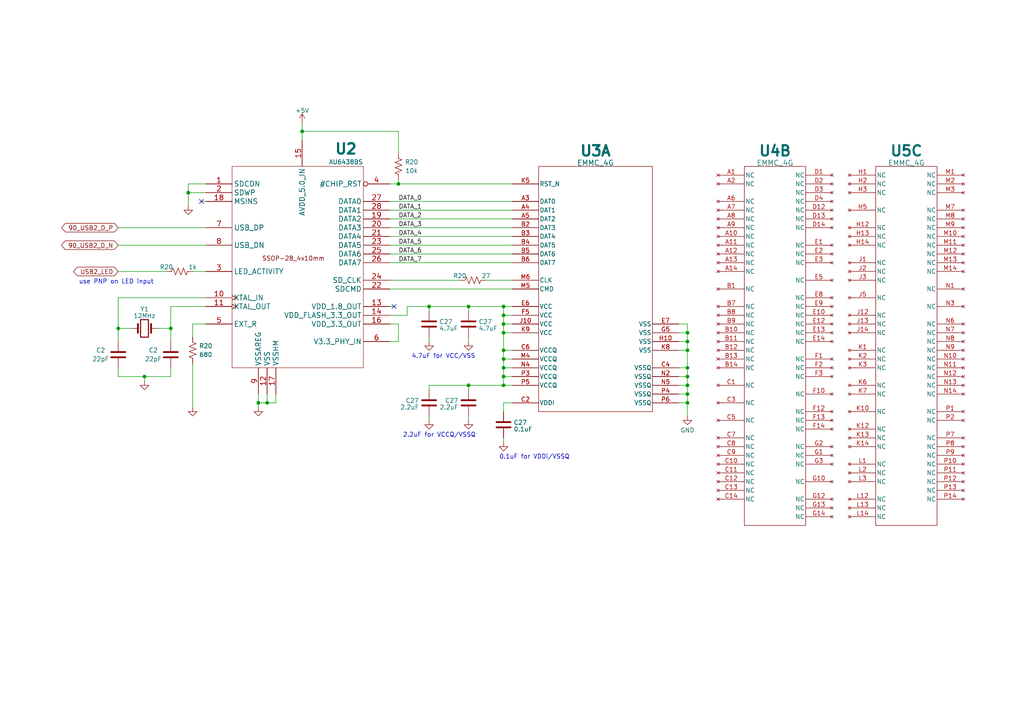
<source format=kicad_sch>
(kicad_sch (version 20230121) (generator eeschema)
  (paper "A4")
  (lib_symbols
    (symbol "Device:C" (pin_numbers hide) (pin_names (offset 0.254))
      (property "Reference" "C" (at 0.635 2.54 0))
      (property "Value" "C" (at 0.635 -2.54 0))
      (symbol "C_0_1"
        (polyline (pts (xy -2.032 -0.762) (xy 2.032 -0.762)) (stroke (width 0.508)))
        (polyline (pts (xy -2.032 0.762) (xy 2.032 0.762)) (stroke (width 0.508)))
      )
      (symbol "C_1_1"
        (pin passive line (at 0 3.81 270) (length 2.794) (name "~") (number "1"))
        (pin passive line (at 0 -3.81 90) (length 2.794) (name "~") (number "2"))
      )
    )
    (symbol "Device:Crystal" (pin_numbers hide) (pin_names (offset 1.016) hide)
      (property "Reference" "Y" (at 0 3.81 0))
      (property "Value" "Crystal" (at 0 -3.81 0))
      (symbol "Crystal_0_1"
        (rectangle (start -1.143 2.54) (end 1.143 -2.54) (stroke (width 0.3048)))
        (polyline (pts (xy -2.54 0) (xy -1.905 0)))
        (polyline (pts (xy -1.905 -1.27) (xy -1.905 1.27)) (stroke (width 0.508)))
        (polyline (pts (xy 1.905 -1.27) (xy 1.905 1.27)) (stroke (width 0.508)))
        (polyline (pts (xy 2.54 0) (xy 1.905 0)))
      )
      (symbol "Crystal_1_1"
        (pin passive line (at -3.81 0 0) (length 1.27) (name "1") (number "1"))
        (pin passive line (at 3.81 0 180) (length 1.27) (name "2") (number "2"))
      )
    )
    (symbol "Device:R_US" (pin_numbers hide) (pin_names (offset 0))
      (property "Reference" "R" (at 2.54 0 90))
      (property "Value" "R_US" (at -2.54 0 90))
      (symbol "R_US_0_1"
        (polyline (pts (xy 0 -2.286) (xy 0 -2.54)))
        (polyline (pts (xy 0 2.286) (xy 0 2.54)))
        (polyline (pts (xy 0 -0.762) (xy 1.016 -1.143) (xy 0 -1.524) (xy -1.016 -1.905) (xy 0 -2.286)))
        (polyline (pts (xy 0 0.762) (xy 1.016 0.381) (xy 0 0) (xy -1.016 -0.381) (xy 0 -0.762)))
        (polyline (pts (xy 0 2.286) (xy 1.016 1.905) (xy 0 1.524) (xy -1.016 1.143) (xy 0 0.762)))
      )
      (symbol "R_US_1_1"
        (pin passive line (at 0 3.81 270) (length 1.27) (name "~") (number "1"))
        (pin passive line (at 0 -3.81 90) (length 1.27) (name "~") (number "2"))
      )
    )
    (symbol "html_accel_Symbols:AU6438BS"
      (property "Reference" "U" (at 33.02 5.08 0))
      (property "Value" "AU6438BS" (at 33.02 1.27 0))
      (symbol "AU6438BS_0_1"
        (text "SSOP-28_4x10mm" (at 17.78 -26.67 0) (effects (font (size 1.27 1.27))))
      )
      (symbol "AU6438BS_1_1"
        (polyline (pts (xy 0 -58.42) (xy 38.1 -58.42)) (stroke (width 0.127)))
        (polyline (pts (xy 0 0) (xy 0 -58.42)) (stroke (width 0.127)))
        (polyline (pts (xy 38.1 -58.42) (xy 38.1 0)) (stroke (width 0.127)))
        (polyline (pts (xy 38.1 0) (xy 0 0)) (stroke (width 0.127)))
        (pin bidirectional line (at -7.62 -5.08 0) (length 7.62) (name "SDCDN") (number "1"))
        (pin input clock (at -7.62 -38.1 0) (length 7.62) (name "XTAL_IN") (number "10"))
        (pin input clock (at -7.62 -40.64 0) (length 7.62) (name "XTAL_OUT") (number "11"))
        (pin power_in line (at 10.16 -66.04 90) (length 7.62) (name "VSS") (number "12"))
        (pin power_out line (at 45.72 -40.64 180) (length 7.62) (name "VDD_1.8_OUT") (number "13"))
        (pin power_out line (at 45.72 -43.18 180) (length 7.62) (name "VDD_FLASH_3.3_OUT") (number "14"))
        (pin power_in line (at 20.32 7.62 270) (length 7.62) (name "AVDD_5.0_IN") (number "15"))
        (pin power_out line (at 45.72 -45.72 180) (length 7.62) (name "VDD_3.3_OUT") (number "16"))
        (pin power_in line (at 12.7 -66.04 90) (length 7.62) (name "VSSHM") (number "17"))
        (pin bidirectional line (at -7.62 -10.16 0) (length 7.62) (name "MSINS") (number "18"))
        (pin bidirectional line (at 45.72 -15.24 180) (length 7.62) (name "DATA2") (number "19"))
        (pin bidirectional line (at -7.62 -7.62 0) (length 7.62) (name "SDWP") (number "2"))
        (pin bidirectional line (at 45.72 -17.78 180) (length 7.62) (name "DATA3") (number "20"))
        (pin bidirectional line (at 45.72 -20.32 180) (length 7.62) (name "DATA4") (number "21"))
        (pin bidirectional line (at 45.72 -35.56 180) (length 7.62) (name "SDCMD") (number "22"))
        (pin bidirectional line (at 45.72 -22.86 180) (length 7.62) (name "DATA5") (number "23"))
        (pin bidirectional line (at 45.72 -33.02 180) (length 7.62) (name "SD_CLK") (number "24"))
        (pin bidirectional line (at 45.72 -25.4 180) (length 7.62) (name "DATA6") (number "25"))
        (pin bidirectional line (at 45.72 -27.94 180) (length 7.62) (name "DATA7") (number "26"))
        (pin bidirectional line (at 45.72 -10.16 180) (length 7.62) (name "DATA0") (number "27"))
        (pin bidirectional line (at 45.72 -12.7 180) (length 7.62) (name "DATA1") (number "28"))
        (pin output line (at -7.62 -30.48 0) (length 7.62) (name "LED_ACTIVITY") (number "3"))
        (pin input inverted (at 45.72 -5.08 180) (length 7.62) (name "#CHIP_RST") (number "4"))
        (pin input line (at -7.62 -45.72 0) (length 7.62) (name "EXT_R") (number "5"))
        (pin power_in line (at 45.72 -50.8 180) (length 7.62) (name "V3.3_PHY_IN") (number "6"))
        (pin bidirectional line (at -7.62 -17.78 0) (length 7.62) (name "USB_DP") (number "7"))
        (pin bidirectional line (at -7.62 -22.86 0) (length 7.62) (name "USB_DN") (number "8"))
        (pin power_in line (at 7.62 -66.04 90) (length 7.62) (name "VSSAREG") (number "9"))
      )
    )
    (symbol "html_accel_Symbols:EMMC_4G" (pin_names (offset 0.254))
      (property "Reference" "U" (at 15.24 12.7 0))
      (property "Value" "EMMC_4G" (at 17.78 7.62 0))
      (symbol "EMMC_4G_1_1"
        (rectangle (start 7.62 5.08) (end 40.64 -66.04))
        (pin bidirectional line (at 0 -5.08 0) (length 7.62) (name "DAT0") (number "A3"))
        (pin bidirectional line (at 0 -7.62 0) (length 7.62) (name "DAT1") (number "A4"))
        (pin bidirectional line (at 0 -10.16 0) (length 7.62) (name "DAT2") (number "A5"))
        (pin bidirectional line (at 0 -12.7 0) (length 7.62) (name "DAT3") (number "B2"))
        (pin bidirectional line (at 0 -15.24 0) (length 7.62) (name "DAT4") (number "B3"))
        (pin bidirectional line (at 0 -17.78 0) (length 7.62) (name "DAT5") (number "B4"))
        (pin bidirectional line (at 0 -20.32 0) (length 7.62) (name "DAT6") (number "B5"))
        (pin bidirectional line (at 0 -22.86 0) (length 7.62) (name "DAT7") (number "B6"))
        (pin power_out line (at 0 -63.5 0) (length 7.62) (name "VDDI") (number "C2"))
        (pin power_in line (at 48.26 -53.34 180) (length 7.62) (name "VSSQ") (number "C4"))
        (pin power_in line (at 0 -48.26 0) (length 7.62) (name "VCCQ") (number "C6"))
        (pin power_in line (at 0 -35.56 0) (length 7.62) (name "VCC") (number "E6"))
        (pin power_in line (at 48.26 -40.64 180) (length 7.62) (name "VSS") (number "E7"))
        (pin power_in line (at 0 -38.1 0) (length 7.62) (name "VCC") (number "F5"))
        (pin power_in line (at 48.26 -43.18 180) (length 7.62) (name "VSS") (number "G5"))
        (pin power_in line (at 48.26 -45.72 180) (length 7.62) (name "VSS") (number "H10"))
        (pin power_in line (at 0 -40.64 0) (length 7.62) (name "VCC") (number "J10"))
        (pin bidirectional line (at 0 0 0) (length 7.62) (name "RST_N") (number "K5"))
        (pin power_in line (at 48.26 -48.26 180) (length 7.62) (name "VSS") (number "K8"))
        (pin power_in line (at 0 -43.18 0) (length 7.62) (name "VCC") (number "K9"))
        (pin power_in line (at 0 -50.8 0) (length 7.62) (name "VCCQ") (number "M4"))
        (pin bidirectional line (at 0 -30.48 0) (length 7.62) (name "CMD") (number "M5"))
        (pin input line (at 0 -27.94 0) (length 7.62) (name "CLK") (number "M6"))
        (pin power_in line (at 48.26 -55.88 180) (length 7.62) (name "VSSQ") (number "N2"))
        (pin power_in line (at 0 -53.34 0) (length 7.62) (name "VCCQ") (number "N4"))
        (pin power_in line (at 48.26 -58.42 180) (length 7.62) (name "VSSQ") (number "N5"))
        (pin power_in line (at 0 -55.88 0) (length 7.62) (name "VCCQ") (number "P3"))
        (pin power_in line (at 48.26 -60.96 180) (length 7.62) (name "VSSQ") (number "P4"))
        (pin power_in line (at 0 -58.42 0) (length 7.62) (name "VCCQ") (number "P5"))
        (pin power_in line (at 48.26 -63.5 180) (length 7.62) (name "VSSQ") (number "P6"))
      )
      (symbol "EMMC_4G_2_1"
        (rectangle (start 7.62 5.08) (end 25.4 -99.06))
        (pin no_connect line (at 0 2.54 0) (length 7.62) (name "NC") (number "A1"))
        (pin no_connect line (at 0 -15.24 0) (length 7.62) (name "NC") (number "A10"))
        (pin no_connect line (at 0 -17.78 0) (length 7.62) (name "NC") (number "A11"))
        (pin no_connect line (at 0 -20.32 0) (length 7.62) (name "NC") (number "A12"))
        (pin no_connect line (at 0 -22.86 0) (length 7.62) (name "NC") (number "A13"))
        (pin no_connect line (at 0 -25.4 0) (length 7.62) (name "NC") (number "A14"))
        (pin no_connect line (at 0 0 0) (length 7.62) (name "NC") (number "A2"))
        (pin no_connect line (at 0 -5.08 0) (length 7.62) (name "NC") (number "A6"))
        (pin no_connect line (at 0 -7.62 0) (length 7.62) (name "NC") (number "A7"))
        (pin no_connect line (at 0 -10.16 0) (length 7.62) (name "NC") (number "A8"))
        (pin no_connect line (at 0 -12.7 0) (length 7.62) (name "NC") (number "A9"))
        (pin no_connect line (at 0 -30.48 0) (length 7.62) (name "NC") (number "B1"))
        (pin no_connect line (at 0 -43.18 0) (length 7.62) (name "NC") (number "B10"))
        (pin no_connect line (at 0 -45.72 0) (length 7.62) (name "NC") (number "B11"))
        (pin no_connect line (at 0 -48.26 0) (length 7.62) (name "NC") (number "B12"))
        (pin no_connect line (at 0 -50.8 0) (length 7.62) (name "NC") (number "B13"))
        (pin no_connect line (at 0 -53.34 0) (length 7.62) (name "NC") (number "B14"))
        (pin no_connect line (at 0 -35.56 0) (length 7.62) (name "NC") (number "B7"))
        (pin no_connect line (at 0 -38.1 0) (length 7.62) (name "NC") (number "B8"))
        (pin no_connect line (at 0 -40.64 0) (length 7.62) (name "NC") (number "B9"))
        (pin no_connect line (at 0 -58.42 0) (length 7.62) (name "NC") (number "C1"))
        (pin no_connect line (at 0 -81.28 0) (length 7.62) (name "NC") (number "C10"))
        (pin no_connect line (at 0 -83.82 0) (length 7.62) (name "NC") (number "C11"))
        (pin no_connect line (at 0 -86.36 0) (length 7.62) (name "NC") (number "C12"))
        (pin no_connect line (at 0 -88.9 0) (length 7.62) (name "NC") (number "C13"))
        (pin no_connect line (at 0 -91.44 0) (length 7.62) (name "NC") (number "C14"))
        (pin no_connect line (at 0 -63.5 0) (length 7.62) (name "NC") (number "C3"))
        (pin no_connect line (at 0 -68.58 0) (length 7.62) (name "NC") (number "C5"))
        (pin no_connect line (at 0 -73.66 0) (length 7.62) (name "NC") (number "C7"))
        (pin no_connect line (at 0 -76.2 0) (length 7.62) (name "NC") (number "C8"))
        (pin no_connect line (at 0 -78.74 0) (length 7.62) (name "NC") (number "C9"))
        (pin no_connect line (at 33.02 2.54 180) (length 7.62) (name "NC") (number "D1"))
        (pin no_connect line (at 33.02 -7.62 180) (length 7.62) (name "NC") (number "D12"))
        (pin no_connect line (at 33.02 -10.16 180) (length 7.62) (name "NC") (number "D13"))
        (pin no_connect line (at 33.02 -12.7 180) (length 7.62) (name "NC") (number "D14"))
        (pin no_connect line (at 33.02 0 180) (length 7.62) (name "NC") (number "D2"))
        (pin no_connect line (at 33.02 -2.54 180) (length 7.62) (name "NC") (number "D3"))
        (pin no_connect line (at 33.02 -5.08 180) (length 7.62) (name "NC") (number "D4"))
        (pin no_connect line (at 33.02 -17.78 180) (length 7.62) (name "NC") (number "E1"))
        (pin no_connect line (at 33.02 -38.1 180) (length 7.62) (name "NC") (number "E10"))
        (pin no_connect line (at 33.02 -40.64 180) (length 7.62) (name "NC") (number "E12"))
        (pin no_connect line (at 33.02 -43.18 180) (length 7.62) (name "NC") (number "E13"))
        (pin no_connect line (at 33.02 -45.72 180) (length 7.62) (name "NC") (number "E14"))
        (pin no_connect line (at 33.02 -20.32 180) (length 7.62) (name "NC") (number "E2"))
        (pin no_connect line (at 33.02 -22.86 180) (length 7.62) (name "NC") (number "E3"))
        (pin no_connect line (at 33.02 -27.94 180) (length 7.62) (name "NC") (number "E5"))
        (pin no_connect line (at 33.02 -33.02 180) (length 7.62) (name "NC") (number "E8"))
        (pin no_connect line (at 33.02 -35.56 180) (length 7.62) (name "NC") (number "E9"))
        (pin no_connect line (at 33.02 -50.8 180) (length 7.62) (name "NC") (number "F1"))
        (pin no_connect line (at 33.02 -60.96 180) (length 7.62) (name "NC") (number "F10"))
        (pin no_connect line (at 33.02 -66.04 180) (length 7.62) (name "NC") (number "F12"))
        (pin no_connect line (at 33.02 -68.58 180) (length 7.62) (name "NC") (number "F13"))
        (pin no_connect line (at 33.02 -71.12 180) (length 7.62) (name "NC") (number "F14"))
        (pin no_connect line (at 33.02 -53.34 180) (length 7.62) (name "NC") (number "F2"))
        (pin no_connect line (at 33.02 -55.88 180) (length 7.62) (name "NC") (number "F3"))
        (pin no_connect line (at 33.02 -78.74 180) (length 7.62) (name "NC") (number "G1"))
        (pin no_connect line (at 33.02 -86.36 180) (length 7.62) (name "NC") (number "G10"))
        (pin no_connect line (at 33.02 -91.44 180) (length 7.62) (name "NC") (number "G12"))
        (pin no_connect line (at 33.02 -93.98 180) (length 7.62) (name "NC") (number "G13"))
        (pin no_connect line (at 33.02 -96.52 180) (length 7.62) (name "NC") (number "G14"))
        (pin no_connect line (at 33.02 -76.2 180) (length 7.62) (name "NC") (number "G2"))
        (pin no_connect line (at 33.02 -81.28 180) (length 7.62) (name "NC") (number "G3"))
      )
      (symbol "EMMC_4G_3_1"
        (rectangle (start 7.62 5.08) (end 25.4 -99.06))
        (pin no_connect line (at 0 2.54 0) (length 7.62) (name "NC") (number "H1"))
        (pin no_connect line (at 0 -12.7 0) (length 7.62) (name "NC") (number "H12"))
        (pin no_connect line (at 0 -15.24 0) (length 7.62) (name "NC") (number "H13"))
        (pin no_connect line (at 0 -17.78 0) (length 7.62) (name "NC") (number "H14"))
        (pin no_connect line (at 0 0 0) (length 7.62) (name "NC") (number "H2"))
        (pin no_connect line (at 0 -2.54 0) (length 7.62) (name "NC") (number "H3"))
        (pin no_connect line (at 0 -7.62 0) (length 7.62) (name "NC") (number "H5"))
        (pin no_connect line (at 0 -22.86 0) (length 7.62) (name "NC") (number "J1"))
        (pin no_connect line (at 0 -38.1 0) (length 7.62) (name "NC") (number "J12"))
        (pin no_connect line (at 0 -40.64 0) (length 7.62) (name "NC") (number "J13"))
        (pin no_connect line (at 0 -43.18 0) (length 7.62) (name "NC") (number "J14"))
        (pin no_connect line (at 0 -25.4 0) (length 7.62) (name "NC") (number "J2"))
        (pin no_connect line (at 0 -27.94 0) (length 7.62) (name "NC") (number "J3"))
        (pin no_connect line (at 0 -33.02 0) (length 7.62) (name "NC") (number "J5"))
        (pin no_connect line (at 0 -48.26 0) (length 7.62) (name "NC") (number "K1"))
        (pin no_connect line (at 0 -66.04 0) (length 7.62) (name "NC") (number "K10"))
        (pin no_connect line (at 0 -71.12 0) (length 7.62) (name "NC") (number "K12"))
        (pin no_connect line (at 0 -73.66 0) (length 7.62) (name "NC") (number "K13"))
        (pin no_connect line (at 0 -76.2 0) (length 7.62) (name "NC") (number "K14"))
        (pin no_connect line (at 0 -50.8 0) (length 7.62) (name "NC") (number "K2"))
        (pin no_connect line (at 0 -53.34 0) (length 7.62) (name "NC") (number "K3"))
        (pin no_connect line (at 0 -58.42 0) (length 7.62) (name "NC") (number "K6"))
        (pin no_connect line (at 0 -60.96 0) (length 7.62) (name "NC") (number "K7"))
        (pin no_connect line (at 0 -81.28 0) (length 7.62) (name "NC") (number "L1"))
        (pin no_connect line (at 0 -91.44 0) (length 7.62) (name "NC") (number "L12"))
        (pin no_connect line (at 0 -93.98 0) (length 7.62) (name "NC") (number "L13"))
        (pin no_connect line (at 0 -96.52 0) (length 7.62) (name "NC") (number "L14"))
        (pin no_connect line (at 0 -83.82 0) (length 7.62) (name "NC") (number "L2"))
        (pin no_connect line (at 0 -86.36 0) (length 7.62) (name "NC") (number "L3"))
        (pin no_connect line (at 33.02 2.54 180) (length 7.62) (name "NC") (number "M1"))
        (pin no_connect line (at 33.02 -15.24 180) (length 7.62) (name "NC") (number "M10"))
        (pin no_connect line (at 33.02 -17.78 180) (length 7.62) (name "NC") (number "M11"))
        (pin no_connect line (at 33.02 -20.32 180) (length 7.62) (name "NC") (number "M12"))
        (pin no_connect line (at 33.02 -22.86 180) (length 7.62) (name "NC") (number "M13"))
        (pin no_connect line (at 33.02 -25.4 180) (length 7.62) (name "NC") (number "M14"))
        (pin no_connect line (at 33.02 0 180) (length 7.62) (name "NC") (number "M2"))
        (pin no_connect line (at 33.02 -2.54 180) (length 7.62) (name "NC") (number "M3"))
        (pin no_connect line (at 33.02 -7.62 180) (length 7.62) (name "NC") (number "M7"))
        (pin no_connect line (at 33.02 -10.16 180) (length 7.62) (name "NC") (number "M8"))
        (pin no_connect line (at 33.02 -12.7 180) (length 7.62) (name "NC") (number "M9"))
        (pin no_connect line (at 33.02 -30.48 180) (length 7.62) (name "NC") (number "N1"))
        (pin no_connect line (at 33.02 -50.8 180) (length 7.62) (name "NC") (number "N10"))
        (pin no_connect line (at 33.02 -53.34 180) (length 7.62) (name "NC") (number "N11"))
        (pin no_connect line (at 33.02 -55.88 180) (length 7.62) (name "NC") (number "N12"))
        (pin no_connect line (at 33.02 -58.42 180) (length 7.62) (name "NC") (number "N13"))
        (pin no_connect line (at 33.02 -60.96 180) (length 7.62) (name "NC") (number "N14"))
        (pin no_connect line (at 33.02 -35.56 180) (length 7.62) (name "NC") (number "N3"))
        (pin no_connect line (at 33.02 -40.64 180) (length 7.62) (name "NC") (number "N6"))
        (pin no_connect line (at 33.02 -43.18 180) (length 7.62) (name "NC") (number "N7"))
        (pin no_connect line (at 33.02 -45.72 180) (length 7.62) (name "NC") (number "N8"))
        (pin no_connect line (at 33.02 -48.26 180) (length 7.62) (name "NC") (number "N9"))
        (pin no_connect line (at 33.02 -66.04 180) (length 7.62) (name "NC") (number "P1"))
        (pin no_connect line (at 33.02 -81.28 180) (length 7.62) (name "NC") (number "P10"))
        (pin no_connect line (at 33.02 -83.82 180) (length 7.62) (name "NC") (number "P11"))
        (pin no_connect line (at 33.02 -86.36 180) (length 7.62) (name "NC") (number "P12"))
        (pin no_connect line (at 33.02 -88.9 180) (length 7.62) (name "NC") (number "P13"))
        (pin no_connect line (at 33.02 -91.44 180) (length 7.62) (name "NC") (number "P14"))
        (pin no_connect line (at 33.02 -68.58 180) (length 7.62) (name "NC") (number "P2"))
        (pin no_connect line (at 33.02 -73.66 180) (length 7.62) (name "NC") (number "P7"))
        (pin no_connect line (at 33.02 -76.2 180) (length 7.62) (name "NC") (number "P8"))
        (pin no_connect line (at 33.02 -78.74 180) (length 7.62) (name "NC") (number "P9"))
      )
    )
    (symbol "power:+5V" (power) (pin_names (offset 0))
      (property "Value" "+5V" (at 0 3.556 0))
      (symbol "+5V_0_1"
        (polyline (pts (xy -0.762 1.27) (xy 0 2.54)))
        (polyline (pts (xy 0 0) (xy 0 2.54)))
        (polyline (pts (xy 0 2.54) (xy 0.762 1.27)))
      )
      (symbol "+5V_1_1"
        (pin power_in line (at 0 0 90) (length 0) hide (name "+5V") (number "1"))
      )
    )
    (symbol "power:GND" (power) (pin_names (offset 0))
      (property "Value" "GND" (at 0 -3.81 0))
      (symbol "GND_0_1"
        (polyline (pts (xy 0 0) (xy 0 -1.27) (xy 1.27 -1.27) (xy 0 -2.54) (xy -1.27 -1.27) (xy 0 -1.27)))
      )
      (symbol "GND_1_1"
        (pin power_in line (at 0 0 270) (length 0) hide (name "GND") (number "1"))
      )
    )
  )
  (junction (at 199.39 111.76))
  (junction (at 41.91 109.22))
  (junction (at 146.05 101.6))
  (junction (at 49.53 95.25))
  (junction (at 146.05 96.52))
  (junction (at 87.63 38.1))
  (junction (at 115.57 53.34))
  (junction (at 199.39 116.84))
  (junction (at 199.39 106.68))
  (junction (at 74.93 116.84))
  (junction (at 146.05 88.9))
  (junction (at 135.89 111.76))
  (junction (at 199.39 96.52))
  (junction (at 77.47 116.84))
  (junction (at 135.89 88.9))
  (junction (at 146.05 111.76))
  (junction (at 54.61 55.88))
  (junction (at 146.05 109.22))
  (junction (at 199.39 114.3))
  (junction (at 199.39 109.22))
  (junction (at 34.29 95.25))
  (junction (at 124.46 88.9))
  (junction (at 199.39 99.06))
  (junction (at 146.05 104.14))
  (junction (at 199.39 101.6))
  (junction (at 146.05 93.98))
  (junction (at 146.05 106.68))
  (junction (at 146.05 91.44))
  (no_connect (at 114.3 88.9))
  (no_connect (at 58.42 58.42))
  (wire (pts (xy 113.03 93.98) (xy 115.57 93.98)))
  (wire (pts (xy 34.29 109.22) (xy 34.29 106.68)))
  (wire (pts (xy 199.39 109.22) (xy 199.39 111.76)))
  (wire (pts (xy 113.03 53.34) (xy 115.57 53.34)))
  (wire (pts (xy 124.46 88.9) (xy 124.46 90.17)))
  (wire (pts (xy 146.05 116.84) (xy 146.05 119.38)))
  (wire (pts (xy 113.03 63.5) (xy 148.59 63.5)))
  (wire (pts (xy 146.05 101.6) (xy 148.59 101.6)))
  (wire (pts (xy 146.05 93.98) (xy 146.05 91.44)))
  (wire (pts (xy 199.39 93.98) (xy 199.39 96.52)))
  (wire (pts (xy 196.85 96.52) (xy 199.39 96.52)))
  (wire (pts (xy 135.89 111.76) (xy 135.89 113.03)))
  (wire (pts (xy 196.85 111.76) (xy 199.39 111.76)))
  (wire (pts (xy 80.01 116.84) (xy 77.47 116.84)))
  (wire (pts (xy 59.69 71.12) (xy 34.29 71.12)))
  (wire (pts (xy 146.05 91.44) (xy 148.59 91.44)))
  (wire (pts (xy 196.85 116.84) (xy 199.39 116.84)))
  (wire (pts (xy 196.85 93.98) (xy 199.39 93.98)))
  (wire (pts (xy 115.57 99.06) (xy 113.03 99.06)))
  (wire (pts (xy 59.69 93.98) (xy 55.88 93.98)))
  (wire (pts (xy 41.91 110.49) (xy 41.91 109.22)))
  (wire (pts (xy 115.57 44.45) (xy 115.57 38.1)))
  (wire (pts (xy 54.61 53.34) (xy 54.61 55.88)))
  (wire (pts (xy 113.03 66.04) (xy 148.59 66.04)))
  (wire (pts (xy 199.39 116.84) (xy 199.39 120.65)))
  (wire (pts (xy 146.05 101.6) (xy 146.05 96.52)))
  (wire (pts (xy 113.03 88.9) (xy 114.3 88.9)))
  (wire (pts (xy 59.69 53.34) (xy 54.61 53.34)))
  (wire (pts (xy 146.05 88.9) (xy 148.59 88.9)))
  (wire (pts (xy 146.05 104.14) (xy 146.05 101.6)))
  (wire (pts (xy 49.53 88.9) (xy 59.69 88.9)))
  (wire (pts (xy 34.29 78.74) (xy 48.26 78.74)))
  (wire (pts (xy 41.91 109.22) (xy 49.53 109.22)))
  (wire (pts (xy 135.89 99.06) (xy 135.89 97.79)))
  (wire (pts (xy 74.93 114.3) (xy 74.93 116.84)))
  (wire (pts (xy 115.57 53.34) (xy 148.59 53.34)))
  (wire (pts (xy 199.39 106.68) (xy 199.39 109.22)))
  (wire (pts (xy 55.88 93.98) (xy 55.88 97.79)))
  (wire (pts (xy 199.39 114.3) (xy 199.39 116.84)))
  (wire (pts (xy 124.46 99.06) (xy 124.46 97.79)))
  (wire (pts (xy 199.39 111.76) (xy 199.39 114.3)))
  (wire (pts (xy 148.59 116.84) (xy 146.05 116.84)))
  (wire (pts (xy 113.03 73.66) (xy 148.59 73.66)))
  (wire (pts (xy 54.61 55.88) (xy 54.61 59.69)))
  (wire (pts (xy 59.69 55.88) (xy 54.61 55.88)))
  (wire (pts (xy 148.59 111.76) (xy 146.05 111.76)))
  (wire (pts (xy 140.97 81.28) (xy 148.59 81.28)))
  (wire (pts (xy 196.85 101.6) (xy 199.39 101.6)))
  (wire (pts (xy 135.89 111.76) (xy 124.46 111.76)))
  (wire (pts (xy 146.05 106.68) (xy 146.05 104.14)))
  (wire (pts (xy 146.05 91.44) (xy 146.05 88.9)))
  (wire (pts (xy 77.47 116.84) (xy 74.93 116.84)))
  (wire (pts (xy 146.05 96.52) (xy 146.05 93.98)))
  (wire (pts (xy 55.88 78.74) (xy 59.69 78.74)))
  (wire (pts (xy 34.29 86.36) (xy 59.69 86.36)))
  (wire (pts (xy 146.05 96.52) (xy 148.59 96.52)))
  (wire (pts (xy 49.53 106.68) (xy 49.53 109.22)))
  (wire (pts (xy 113.03 76.2) (xy 148.59 76.2)))
  (wire (pts (xy 146.05 93.98) (xy 148.59 93.98)))
  (wire (pts (xy 113.03 68.58) (xy 148.59 68.58)))
  (wire (pts (xy 135.89 88.9) (xy 146.05 88.9)))
  (wire (pts (xy 146.05 111.76) (xy 146.05 109.22)))
  (wire (pts (xy 113.03 71.12) (xy 148.59 71.12)))
  (wire (pts (xy 196.85 109.22) (xy 199.39 109.22)))
  (wire (pts (xy 115.57 52.07) (xy 115.57 53.34)))
  (wire (pts (xy 199.39 96.52) (xy 199.39 99.06)))
  (wire (pts (xy 115.57 38.1) (xy 87.63 38.1)))
  (wire (pts (xy 74.93 116.84) (xy 74.93 118.11)))
  (wire (pts (xy 118.11 88.9) (xy 124.46 88.9)))
  (wire (pts (xy 113.03 58.42) (xy 148.59 58.42)))
  (wire (pts (xy 124.46 88.9) (xy 135.89 88.9)))
  (wire (pts (xy 49.53 95.25) (xy 49.53 99.06)))
  (wire (pts (xy 115.57 93.98) (xy 115.57 99.06)))
  (wire (pts (xy 124.46 111.76) (xy 124.46 113.03)))
  (wire (pts (xy 146.05 106.68) (xy 148.59 106.68)))
  (wire (pts (xy 34.29 86.36) (xy 34.29 95.25)))
  (wire (pts (xy 113.03 81.28) (xy 133.35 81.28)))
  (wire (pts (xy 113.03 91.44) (xy 118.11 91.44)))
  (wire (pts (xy 199.39 99.06) (xy 199.39 101.6)))
  (wire (pts (xy 146.05 109.22) (xy 146.05 106.68)))
  (wire (pts (xy 135.89 88.9) (xy 135.89 90.17)))
  (wire (pts (xy 77.47 114.3) (xy 77.47 116.84)))
  (wire (pts (xy 55.88 105.41) (xy 55.88 118.11)))
  (wire (pts (xy 49.53 88.9) (xy 49.53 95.25)))
  (wire (pts (xy 196.85 106.68) (xy 199.39 106.68)))
  (wire (pts (xy 87.63 35.56) (xy 87.63 38.1)))
  (wire (pts (xy 80.01 114.3) (xy 80.01 116.84)))
  (wire (pts (xy 146.05 128.27) (xy 146.05 127)))
  (wire (pts (xy 41.91 109.22) (xy 34.29 109.22)))
  (wire (pts (xy 196.85 99.06) (xy 199.39 99.06)))
  (wire (pts (xy 34.29 95.25) (xy 38.1 95.25)))
  (wire (pts (xy 59.69 66.04) (xy 34.29 66.04)))
  (wire (pts (xy 113.03 60.96) (xy 148.59 60.96)))
  (wire (pts (xy 146.05 111.76) (xy 135.89 111.76)))
  (wire (pts (xy 124.46 121.92) (xy 124.46 120.65)))
  (wire (pts (xy 135.89 121.92) (xy 135.89 120.65)))
  (wire (pts (xy 196.85 114.3) (xy 199.39 114.3)))
  (wire (pts (xy 59.69 58.42) (xy 58.42 58.42)))
  (wire (pts (xy 34.29 95.25) (xy 34.29 99.06)))
  (wire (pts (xy 113.03 83.82) (xy 148.59 83.82)))
  (wire (pts (xy 118.11 91.44) (xy 118.11 88.9)))
  (wire (pts (xy 45.72 95.25) (xy 49.53 95.25)))
  (wire (pts (xy 87.63 38.1) (xy 87.63 40.64)))
  (wire (pts (xy 146.05 109.22) (xy 148.59 109.22)))
  (wire (pts (xy 199.39 101.6) (xy 199.39 106.68)))
  (wire (pts (xy 146.05 104.14) (xy 148.59 104.14)))
  (text "4.7uF for VCC/VSS" (at 119.38 104.14 0) (effects (font (size 1.27 1.27)) (justify left bottom)))
  (text "0.1uF for VDDi/VSSQ" (at 144.78 133.35 0) (effects (font (size 1.27 1.27)) (justify left bottom)))
  (text "use PNP on LED input" (at 22.86 82.55 0) (effects (font (size 1.27 1.27)) (justify left bottom)))
  (text "2.2uF for VCCQ/VSSQ" (at 116.84 127 0) (effects (font (size 1.27 1.27)) (justify left bottom)))
  (label "DATA_0" (at 115.57 58.42 0))
  (label "DATA_1" (at 115.57 60.96 0))
  (label "DATA_2" (at 115.57 63.5 0))
  (label "DATA_4" (at 115.57 68.58 0))
  (label "DATA_7" (at 115.57 76.2 0))
  (label "DATA_5" (at 115.57 71.12 0))
  (label "DATA_6" (at 115.57 73.66 0))
  (label "DATA_3" (at 115.57 66.04 0))
  (global_label "USB2_LED" (shape bidirectional) (at 34.29 78.74 180) (property "Intersheetrefs" "${INTERSHEET_REFS}" (at 20.8387 78.74 0) (effects (justify right))))
  (global_label "90_USB2_D_P" (shape bidirectional) (at 34.29 66.04 180) (property "Intersheetrefs" "${INTERSHEET_REFS}" (at 17.3916 66.04 0) (effects (justify right))))
  (global_label "90_USB2_D_N" (shape bidirectional) (at 34.29 71.12 180) (property "Intersheetrefs" "${INTERSHEET_REFS}" (at 17.3311 71.12 0) (effects (justify right))))
  (symbol (lib_id "power:GND") (at 135.89 99.06 0) (unit 1)
    (property "Reference" "#PWR044" (effects hide))
    (property "Value" "GND" (effects hide))
    (instances (project "html_accelerator" (path "" (reference "#PWR044") (unit 1)) (path "" (reference "#PWR074") (unit 1)) (path "" (reference "#PWR084") (unit 1)) (path "" (reference "#PWR0106") (unit 1)) (path "" (reference "#PWR091") (unit 1))))
  )
  (symbol (lib_id "power:GND") (at 55.88 118.11 0) (unit 1)
    (property "Reference" "#PWR012" (effects hide))
    (property "Value" "GND" (effects hide))
    (instances (project "html_accelerator" (path "" (reference "#PWR012") (unit 1)) (path "" (reference "#PWR057") (unit 1)) (path "" (reference "#PWR066") (unit 1)) (path "" (reference "#PWR079") (unit 1)) (path "" (reference "#PWR0101") (unit 1)) (path "" (reference "#PWR093") (unit 1))))
  )
  (symbol (lib_id "power:GND") (at 135.89 121.92 0) (unit 1)
    (property "Reference" "#PWR044" (effects hide))
    (property "Value" "GND" (effects hide))
    (instances (project "html_accelerator" (path "" (reference "#PWR044") (unit 1)) (path "" (reference "#PWR076") (unit 1)) (path "" (reference "#PWR085") (unit 1)) (path "" (reference "#PWR0107") (unit 1)) (path "" (reference "#PWR097") (unit 1))))
  )
  (symbol (lib_id "html_accel_Symbols:EMMC_4G") (at 208.28 53.34 0) (unit 2)
    (property "Reference" "U4" (at 224.79 43.754 0) (effects (font (size 3 3) bold)))
    (property "Value" "EMMC_4G" (at 224.79 47.2581 0) (effects (font (size 1.524 1.524))))
    (property "Footprint" "html_accel_footprints:EMMC04G-M627-X03U_KNT" (effects hide))
    (property "Datasheet" "EMMC04G-MK27-C01C" (effects hide))
    (instances (project "html_accelerator" (path "" (reference "U4") (unit 2)) (path "" (reference "U3") (unit 2)) (path "" (reference "U9") (unit 2)) (path "" (reference "U7") (unit 2))))
  )
  (symbol (lib_id "html_accel_Symbols:AU6438BS") (at 67.31 48.26 0) (unit 1)
    (property "Reference" "U2" (at 100.33 43.18 0) (effects (font (size 3 3) bold)))
    (property "Value" "AU6438BS" (at 100.33 46.99 0))
    (property "Footprint" "Package_SO:SSOP-28_3.9x9.9mm_P0.635mm" (effects hide))
    (instances (project "html_accelerator" (path "" (reference "U2") (unit 1)) (path "" (reference "U2") (unit 1)) (path "" (reference "U6") (unit 1)) (path "" (reference "U8") (unit 1)) (path "" (reference "U9") (unit 1))))
  )
  (symbol (lib_id "Device:C") (at 49.53 102.87 0) (mirror y) (unit 1)
    (property "Reference" "C2" (at 44.45 101.6 0))
    (property "Value" "22pF" (at 44.45 104.14 0))
    (property "Footprint" "Capacitor_SMD:C_0805_2012Metric_Pad1.18x1.45mm_HandSolder" (effects hide))
    (instances (project "html_accelerator" (path "" (reference "C2") (unit 1)) (path "" (reference "C34") (unit 1)) (path "" (reference "C37") (unit 1)) (path "" (reference "C46") (unit 1)) (path "" (reference "C60") (unit 1)) (path "" (reference "C55") (unit 1))))
  )
  (symbol (lib_id "Device:R_US") (at 55.88 101.6 0) (unit 1)
    (property "Reference" "R20" (at 59.69 100.33 0))
    (property "Value" "680" (at 59.69 102.87 0))
    (property "Footprint" "Resistor_SMD:R_0805_2012Metric_Pad1.20x1.40mm_HandSolder" (effects hide))
    (instances (project "html_accelerator" (path "" (reference "R20") (unit 1)) (path "" (reference "R3") (unit 1)) (path "" (reference "R12") (unit 1)) (path "" (reference "R31") (unit 1)) (path "" (reference "R42") (unit 1)) (path "" (reference "R45") (unit 1)) (path "" (reference "R53") (unit 1)) (path "" (reference "R53") (unit 1))))
  )
  (symbol (lib_id "Device:C") (at 135.89 116.84 0) (mirror y) (unit 1)
    (property "Reference" "C27" (at 132.969 116.1963 0) (effects (justify left)))
    (property "Value" "2.2uF" (at 132.969 118.1173 0) (effects (justify left)))
    (property "Footprint" "Capacitor_SMD:C_0805_2012Metric_Pad1.18x1.45mm_HandSolder" (effects hide))
    (instances (project "html_accelerator" (path "" (reference "C27") (unit 1)) (path "" (reference "C44") (unit 1)) (path "" (reference "C50") (unit 1)) (path "" (reference "C64") (unit 1)) (path "" (reference "C57") (unit 1))))
  )
  (symbol (lib_id "power:GND") (at 124.46 121.92 0) (unit 1)
    (property "Reference" "#PWR044" (effects hide))
    (property "Value" "GND" (effects hide))
    (instances (project "html_accelerator" (path "" (reference "#PWR044") (unit 1)) (path "" (reference "#PWR075") (unit 1)) (path "" (reference "#PWR083") (unit 1)) (path "" (reference "#PWR0105") (unit 1)) (path "" (reference "#PWR096") (unit 1))))
  )
  (symbol (lib_id "Device:R_US") (at 52.07 78.74 90) (unit 1)
    (property "Reference" "R20" (at 48.26 77.47 90))
    (property "Value" "1k" (at 55.88 77.47 90))
    (property "Footprint" "Resistor_SMD:R_0805_2012Metric_Pad1.20x1.40mm_HandSolder" (effects hide))
    (instances (project "html_accelerator" (path "" (reference "R20") (unit 1)) (path "" (reference "R3") (unit 1)) (path "" (reference "R43") (unit 1)) (path "" (reference "R44") (unit 1)) (path "" (reference "R52") (unit 1)) (path "" (reference "R51") (unit 1))))
  )
  (symbol (lib_id "power:GND") (at 146.05 128.27 0) (unit 1)
    (property "Reference" "#PWR044" (effects hide))
    (property "Value" "GND" (effects hide))
    (instances (project "html_accelerator" (path "" (reference "#PWR044") (unit 1)) (path "" (reference "#PWR072") (unit 1)) (path "" (reference "#PWR086") (unit 1)) (path "" (reference "#PWR0108") (unit 1)) (path "" (reference "#PWR098") (unit 1))))
  )
  (symbol (lib_id "Device:C") (at 146.05 123.19 0) (unit 1)
    (property "Reference" "C27" (at 148.971 122.5463 0) (effects (justify left)))
    (property "Value" "0.1uF" (at 148.971 124.4673 0) (effects (justify left)))
    (property "Footprint" "Capacitor_SMD:C_0805_2012Metric_Pad1.18x1.45mm_HandSolder" (effects hide))
    (instances (project "html_accelerator" (path "" (reference "C27") (unit 1)) (path "" (reference "C40") (unit 1)) (path "" (reference "C51") (unit 1)) (path "" (reference "C65") (unit 1)) (path "" (reference "C58") (unit 1))))
  )
  (symbol (lib_id "html_accel_Symbols:EMMC_4G") (at 148.59 53.34 0) (unit 1)
    (property "Reference" "U3" (at 172.72 43.754 0) (effects (font (size 3 3) bold)))
    (property "Value" "EMMC_4G" (at 172.72 47.2581 0) (effects (font (size 1.524 1.524))))
    (property "Footprint" "html_accel_footprints:EMMC04G-M627-X03U_KNT" (effects hide))
    (property "Datasheet" "EMMC04G-MK27-C01C" (effects hide))
    (instances (project "html_accelerator" (path "" (reference "U3") (unit 1)) (path "" (reference "U4") (unit 1)) (path "" (reference "U9") (unit 1)) (path "" (reference "U7") (unit 1))))
  )
  (symbol (lib_id "Device:C") (at 34.29 102.87 0) (mirror y) (unit 1)
    (property "Reference" "C2" (at 29.21 101.6 0))
    (property "Value" "22pF" (at 29.21 104.14 0))
    (property "Footprint" "Capacitor_SMD:C_0805_2012Metric_Pad1.18x1.45mm_HandSolder" (effects hide))
    (instances (project "html_accelerator" (path "" (reference "C2") (unit 1)) (path "" (reference "C22") (unit 1)) (path "" (reference "C36") (unit 1)) (path "" (reference "C45") (unit 1)) (path "" (reference "C59") (unit 1)) (path "" (reference "C54") (unit 1))))
  )
  (symbol (lib_id "html_accel_Symbols:EMMC_4G") (at 246.38 53.34 0) (unit 3)
    (property "Reference" "U5" (at 262.89 43.754 0) (effects (font (size 3 3) bold)))
    (property "Value" "EMMC_4G" (at 262.89 47.2581 0) (effects (font (size 1.524 1.524))))
    (property "Footprint" "html_accel_footprints:EMMC04G-M627-X03U_KNT" (effects hide))
    (property "Datasheet" "EMMC04G-MK27-C01C" (effects hide))
    (instances (project "html_accelerator" (path "" (reference "U5") (unit 3)) (path "" (reference "U3") (unit 3)) (path "" (reference "U9") (unit 3)) (path "" (reference "U6") (unit 3))))
  )
  (symbol (lib_id "Device:R_US") (at 115.57 48.26 0) (unit 1)
    (property "Reference" "R20" (at 119.38 46.99 0))
    (property "Value" "10k" (at 119.38 49.53 0))
    (property "Footprint" "Resistor_SMD:R_0805_2012Metric_Pad1.20x1.40mm_HandSolder" (effects hide))
    (instances (project "html_accelerator" (path "" (reference "R20") (unit 1)) (path "" (reference "R3") (unit 1)) (path "" (reference "R12") (unit 1)) (path "" (reference "R31") (unit 1)) (path "" (reference "R41") (unit 1)) (path "" (reference "R46") (unit 1)) (path "" (reference "R54") (unit 1)) (path "" (reference "R50") (unit 1))))
  )
  (symbol (lib_id "Device:C") (at 124.46 116.84 0) (mirror y) (unit 1)
    (property "Reference" "C27" (at 121.539 116.1963 0) (effects (justify left)))
    (property "Value" "2.2uF" (at 121.539 118.1173 0) (effects (justify left)))
    (property "Footprint" "Capacitor_SMD:C_0805_2012Metric_Pad1.18x1.45mm_HandSolder" (effects hide))
    (instances (project "html_accelerator" (path "" (reference "C27") (unit 1)) (path "" (reference "C43") (unit 1)) (path "" (reference "C48") (unit 1)) (path "" (reference "C62") (unit 1)) (path "" (reference "C56") (unit 1))))
  )
  (symbol (lib_id "power:GND") (at 41.91 110.49 0) (unit 1)
    (property "Reference" "#PWR012" (effects hide))
    (property "Value" "GND" (effects hide))
    (instances (project "html_accelerator" (path "" (reference "#PWR012") (unit 1)) (path "" (reference "#PWR057") (unit 1)) (path "" (reference "#PWR069") (unit 1)) (path "" (reference "#PWR077") (unit 1)) (path "" (reference "#PWR099") (unit 1)) (path "" (reference "#PWR092") (unit 1))))
  )
  (symbol (lib_id "power:+5V") (at 87.63 35.56 0) (unit 1)
    (property "Reference" "#PWR015" (effects hide))
    (property "Value" "+5V" (at 87.63 32.0581 0))
    (instances (project "html_accelerator" (path "" (reference "#PWR015") (unit 1)) (path "" (reference "#PWR019") (unit 1)) (path "" (reference "#PWR035") (unit 1))))
  )
  (symbol (lib_id "Device:Crystal") (at 41.91 95.25 0) (unit 1)
    (property "Reference" "Y1" (at 41.91 89.6747 0))
    (property "Value" "12MHz" (at 41.91 91.5957 0))
    (property "Footprint" "Crystal:Crystal_SMD_3225-4Pin_3.2x2.5mm" (effects hide))
    (instances (project "html_accelerator" (path "" (reference "Y1") (unit 1)) (path "" (reference "Y2") (unit 1)) (path "" (reference "Y3") (unit 1)) (path "" (reference "Y5") (unit 1)) (path "" (reference "Y4") (unit 1))))
  )
  (symbol (lib_id "power:GND") (at 54.61 59.69 0) (unit 1)
    (property "Reference" "#PWR012" (effects hide))
    (property "Value" "GND" (effects hide))
    (instances (project "html_accelerator" (path "" (reference "#PWR012") (unit 1)) (path "" (reference "#PWR056") (unit 1)) (path "" (reference "#PWR068") (unit 1)) (path "" (reference "#PWR078") (unit 1)) (path "" (reference "#PWR0100") (unit 1)) (path "" (reference "#PWR089") (unit 1))))
  )
  (symbol (lib_id "Device:C") (at 135.89 93.98 0) (unit 1)
    (property "Reference" "C27" (at 138.811 93.3363 0) (effects (justify left)))
    (property "Value" "4.7uF" (at 138.811 95.2573 0) (effects (justify left)))
    (property "Footprint" "Capacitor_SMD:C_0805_2012Metric_Pad1.18x1.45mm_HandSolder" (effects hide))
    (instances (project "html_accelerator" (path "" (reference "C27") (unit 1)) (path "" (reference "C41") (unit 1)) (path "" (reference "C49") (unit 1)) (path "" (reference "C63") (unit 1)) (path "" (reference "C53") (unit 1))))
  )
  (symbol (lib_id "power:GND") (at 199.39 120.65 0) (unit 1)
    (property "Reference" "#PWR012" (effects hide))
    (property "Value" "GND" (at 199.39 124.7855 0))
    (instances (project "html_accelerator" (path "" (reference "#PWR012") (unit 1)) (path "" (reference "#PWR056") (unit 1)) (path "" (reference "#PWR071") (unit 1)) (path "" (reference "#PWR087") (unit 1)) (path "" (reference "#PWR0109") (unit 1)) (path "" (reference "#PWR095") (unit 1))))
  )
  (symbol (lib_id "Device:R_US") (at 137.16 81.28 90) (unit 1)
    (property "Reference" "R20" (at 133.35 80.01 90))
    (property "Value" "27" (at 140.97 80.01 90))
    (property "Footprint" "Resistor_SMD:R_0805_2012Metric_Pad1.20x1.40mm_HandSolder" (effects hide))
    (instances (project "html_accelerator" (path "" (reference "R20") (unit 1)) (path "" (reference "R3") (unit 1)) (path "" (reference "R40") (unit 1)) (path "" (reference "R47") (unit 1)) (path "" (reference "R55") (unit 1)) (path "" (reference "R52") (unit 1))))
  )
  (symbol (lib_id "Device:C") (at 124.46 93.98 0) (unit 1)
    (property "Reference" "C27" (at 127.381 93.3363 0) (effects (justify left)))
    (property "Value" "4.7uF" (at 127.381 95.2573 0) (effects (justify left)))
    (property "Footprint" "Capacitor_SMD:C_0805_2012Metric_Pad1.18x1.45mm_HandSolder" (effects hide))
    (instances (project "html_accelerator" (path "" (reference "C27") (unit 1)) (path "" (reference "C42") (unit 1)) (path "" (reference "C47") (unit 1)) (path "" (reference "C61") (unit 1)) (path "" (reference "C52") (unit 1))))
  )
  (symbol (lib_id "power:GND") (at 124.46 99.06 0) (unit 1)
    (property "Reference" "#PWR044" (effects hide))
    (property "Value" "GND" (effects hide))
    (instances (project "html_accelerator" (path "" (reference "#PWR044") (unit 1)) (path "" (reference "#PWR073") (unit 1)) (path "" (reference "#PWR082") (unit 1)) (path "" (reference "#PWR0104") (unit 1)) (path "" (reference "#PWR090") (unit 1))))
  )
  (symbol (lib_id "power:GND") (at 74.93 118.11 0) (unit 1)
    (property "Reference" "#PWR012" (effects hide))
    (property "Value" "GND" (effects hide))
    (instances (project "html_accelerator" (path "" (reference "#PWR012") (unit 1)) (path "" (reference "#PWR056") (unit 1)) (path "" (reference "#PWR070") (unit 1)) (path "" (reference "#PWR080") (unit 1)) (path "" (reference "#PWR0102") (unit 1)) (path "" (reference "#PWR094") (unit 1))))
  )
)
</source>
